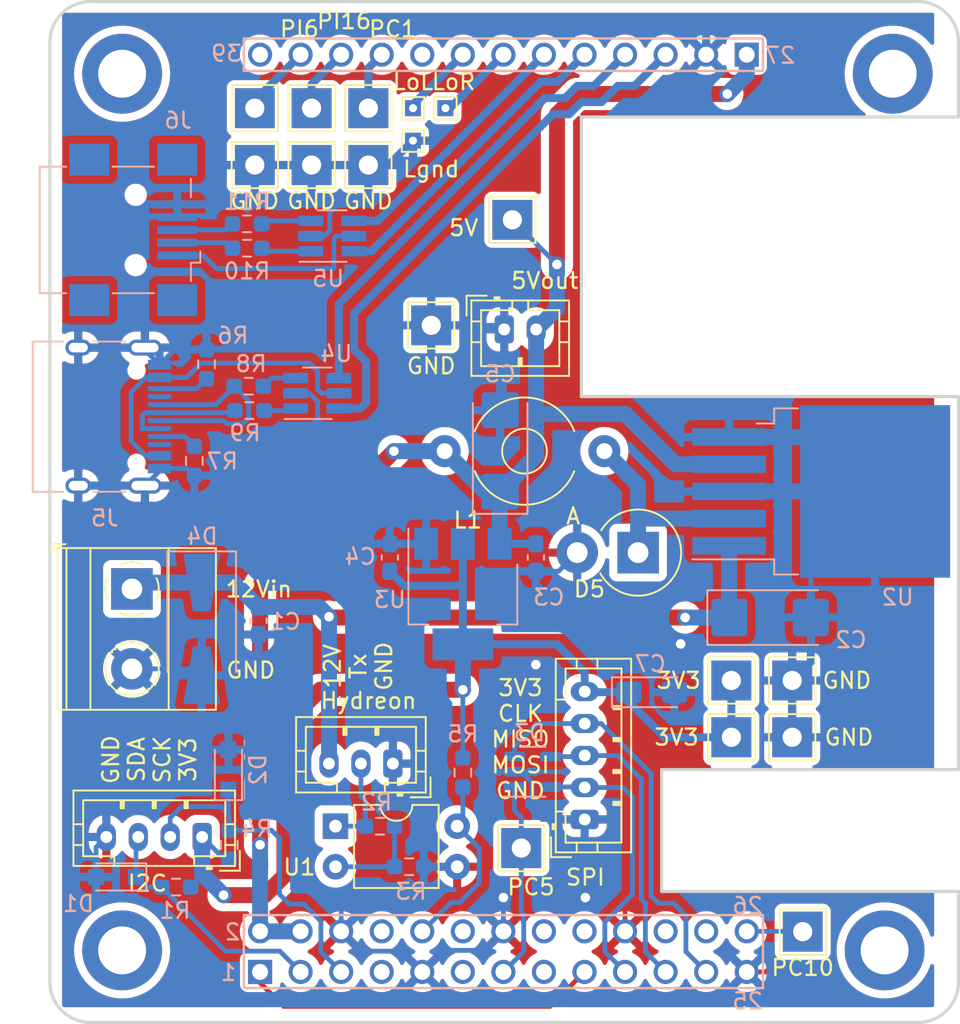
<source format=kicad_pcb>
(kicad_pcb (version 20240225) (generator "pcbnew") (generator_version "8.99")
  (layers (0 "F.Cu" signal "Top") (31 "B.Cu" signal "Bottom") (34 "B.Paste" user) (35 "F.Paste" user) (36 "B.SilkS" user "B.Silkscreen") (37 "F.SilkS" user "F.Silkscreen") (38 "B.Mask" user) (39 "F.Mask" user) (44 "Edge.Cuts" user))
  (net 0 "")
  (net 1 "+12V")
  (net 2 "GND")
  (net 3 "+5V")
  (net 4 "+3.3V")
  (net 5 "/SDA")
  (net 6 "/SCK")
  (net 7 "/PC5")
  (net 8 "/CLK")
  (net 9 "/MOSI")
  (net 10 "/MISO")
  (net 11 "Net-(D5-Pad1)")
  (net 12 "Net-(J1-Pad2)")
  (net 13 "Net-(J5-PadA5)")
  (net 14 "/USB_DP2")
  (net 15 "/USB_DM2")
  (net 17 "Net-(J5-PadB5)")
  (net 19 "/USB_DM3")
  (net 20 "/USB_DP3")
  (net 21 "Net-(R2-Pad2)")
  (net 22 "/RX")
  (net 23 "Net-(R8-Pad2)")
  (net 24 "Net-(R9-Pad2)")
  (net 25 "/VB2")
  (net 26 "Net-(J5-PadA6)")
  (net 27 "Net-(J5-PadA7)")
  (net 28 "/VB3")
  (net 29 "Net-(J6-Pad2)")
  (net 30 "Net-(J6-Pad3)")
  (net 31 "Net-(R10-Pad2)")
  (net 32 "Net-(R11-Pad2)")
  (net 44 "unconnected-(X1-Pad1)")
  (net 45 "Net-(TP5-Pad1)")
  (net 46 "Net-(TP6-Pad1)")
  (net 47 "Net-(TP8-Pad1)")
  (net 48 "Net-(TP9-Pad1)")
  (net 49 "Net-(TP10-Pad1)")
  (net 50 "Net-(TP11-Pad1)")
  (footprint "TestPoint:TestPoint_THTPad_2.5x2.5mm_Drill1.2mm" (layer "F.Cu") (at 110.744 59.944)
    (property "Reference" "TP3" (hide yes))
    (property "Value" "5V")
  )
  (footprint "opi-hat:OPIZ2HAT" (layer "F.Cu") (at 86.305263 50.786159)
    (property "Reference" "X1" (hide yes))
    (property "Value" "OPI-ZERO2-XDEB")
    (fp_line (start -4.521204 -1.958092) (end -4.521204 56.849774) (stroke (width 0.2)) (layer "Edge.Cuts"))
    (fp_line (start -1.981204 59.389774) (end 49.842678 59.389774) (stroke (width 0.2)) (layer "Edge.Cuts"))
    (fp_line (start 28.76372 2.72313) (end 28.76372 20.21713) (stroke (width 0.2)) (layer "Edge.Cuts"))
    (fp_line (start 28.76372 20.21713) (end 52.382678 20.21713) (stroke (width 0.2)) (layer "Edge.Cuts"))
    (fp_line (start 33.790128 43.568872) (end 52.382678 43.568872) (stroke (width 0.2)) (layer "Edge.Cuts"))
    (fp_line (start 33.790128 51.188872) (end 33.790128 43.568872) (stroke (width 0.2)) (layer "Edge.Cuts"))
    (fp_line (start 49.842678 -4.498092) (end -1.981204 -4.498092) (stroke (width 0.2)) (layer "Edge.Cuts"))
    (fp_line (start 52.382678 2.72313) (end 28.76372 2.72313) (stroke (width 0.2)) (layer "Edge.Cuts"))
    (fp_line (start 52.382678 2.72313) (end 52.382678 -1.958092) (stroke (width 0.2)) (layer "Edge.Cuts"))
    (fp_line (start 52.382678 43.568872) (end 52.382678 20.21713) (stroke (width 0.2)) (layer "Edge.Cuts"))
    (fp_line (start 52.382678 51.188872) (end 33.790128 51.188872) (stroke (width 0.2)) (layer "Edge.Cuts"))
    (fp_line (start 52.382678 56.849774) (end 52.382678 51.188872) (stroke (width 0.2)) (layer "Edge.Cuts"))
    (fp_arc (start -4.521204 -1.958092) (mid -3.777255 -3.754143) (end -1.981204 -4.498092) (stroke (width 0.2)) (layer "Edge.Cuts"))
    (fp_arc (start -1.981204 59.389774) (mid -3.777255 58.645825) (end -4.521204 56.849774) (stroke (width 0.2)) (layer "Edge.Cuts"))
    (fp_arc (start 49.842678 -4.498092) (mid 51.638741 -3.754151) (end 52.382678 -1.958092) (stroke (width 0.2)) (layer "Edge.Cuts"))
    (fp_arc (start 52.382678 56.849774) (mid 51.638728 58.645825) (end 49.842678 59.389774) (stroke (width 0.2)) (layer "Edge.Cuts"))
  )
  (footprint "TestPoint:TestPoint_THTPad_1.0x1.0mm_Drill0.5mm" (layer "F.Cu") (at 104.521 54.991)
    (property "Reference" "TP12" (hide yes))
    (property "Value" "Lgnd")
  )
  (footprint "TestPoint:TestPoint_THTPad_2.5x2.5mm_Drill1.2mm" (layer "F.Cu") (at 128.9304 104.4956)
    (property "Reference" "TP5" (hide yes))
    (property "Value" "PC10")
  )
  (footprint "Connector_JST:JST_PH_B2B-PH-K_1x02_P2.00mm_Vertical" (layer "F.Cu") (at 110.236 66.802)
    (property "Reference" "J7" (hide yes))
    (property "Value" "5Vout")
  )
  (footprint "Diode_THT:D_DO-201_P3.81mm_Vertical_AnodeUp" (layer "F.Cu") (at 118.618 80.772 180)
    (property "Reference" "D5")
    (property "Value" "1N5822")
  )
  (footprint "TestPoint:TestPoint_THTPad_2.5x2.5mm_Drill1.2mm" (layer "F.Cu") (at 94.615 52.959)
    (property "Reference" "TP8" (hide yes))
    (property "Value" "PI6")
  )
  (footprint "Connector_JST:JST_PH_B5B-PH-K_1x05_P2.00mm_Vertical" (layer "F.Cu") (at 115.274 97.472 90)
    (property "Reference" "J3" (hide yes))
    (property "Value" "SPI")
  )
  (footprint "TerminalBlock_Phoenix:TerminalBlock_Phoenix_MKDS-1,5-2_1x02_P5.00mm_Horizontal" (layer "F.Cu") (at 86.9186 83.0472 -90)
    (property "Reference" "J4" (hide yes))
    (property "Value" "12Vin")
  )
  (footprint "TestPoint:TestPoint_THTPad_2.5x2.5mm_Drill1.2mm" (layer "F.Cu") (at 124.46 92.329)
    (property "Reference" "TP4" (hide yes))
    (property "Value" "3V3")
  )
  (footprint "TestPoint:TestPoint_THTPad_1.0x1.0mm_Drill0.5mm" (layer "F.Cu") (at 106.553 52.959)
    (property "Reference" "TP11" (hide yes))
    (property "Value" "LoR")
  )
  (footprint "Inductor_THT:L_Toroid_Horizontal_D6.5mm_P10.00mm_Diameter7-5mm_Amidon-T25" (layer "F.Cu") (at 106.506 74.422)
    (property "Reference" "L1")
    (property "Value" "100u")
  )
  (footprint "TestPoint:TestPoint_THTPad_2.5x2.5mm_Drill1.2mm" (layer "F.Cu") (at 94.615 56.515)
    (property "Reference" "TP14" (hide yes))
    (property "Value" "GND")
  )
  (footprint "TestPoint:TestPoint_THTPad_2.5x2.5mm_Drill1.2mm" (layer "F.Cu") (at 101.727 56.515)
    (property "Reference" "TP17" (hide yes))
    (property "Value" "GND")
  )
  (footprint "TestPoint:TestPoint_THTPad_2.5x2.5mm_Drill1.2mm" (layer "F.Cu") (at 128.27 88.773)
    (property "Reference" "TP13" (hide yes))
    (property "Value" "GND")
  )
  (footprint "Package_DIP:DIP-4_W7.62mm" (layer "F.Cu") (at 99.6696 97.8916)
    (property "Reference" "U1")
    (property "Value" "PC817")
  )
  (footprint "TestPoint:TestPoint_THTPad_2.5x2.5mm_Drill1.2mm" (layer "F.Cu") (at 124.46 88.773)
    (property "Reference" "TP16" (hide yes))
    (property "Value" "3V3")
  )
  (footprint "TestPoint:TestPoint_THTPad_2.5x2.5mm_Drill1.2mm" (layer "F.Cu") (at 111.3028 99.2632 90)
    (property "Reference" "TP7" (hide yes))
    (property "Value" "PC5")
  )
  (footprint "TestPoint:TestPoint_THTPad_2.5x2.5mm_Drill1.2mm" (layer "F.Cu") (at 101.727 52.959)
    (property "Reference" "TP6" (hide yes))
    (property "Value" "PC1")
  )
  (footprint "Connector_JST:JST_PH_B3B-PH-K_1x03_P2.00mm_Vertical" (layer "F.Cu") (at 103.261 93.975 180)
    (property "Reference" "J1" (hide yes))
    (property "Value" "Hydreon")
  )
  (footprint "TestPoint:TestPoint_THTPad_2.5x2.5mm_Drill1.2mm" (layer "F.Cu") (at 98.171 52.959)
    (property "Reference" "TP9" (hide yes))
    (property "Value" "PI16")
  )
  (footprint "TestPoint:TestPoint_THTPad_2.5x2.5mm_Drill1.2mm" (layer "F.Cu") (at 128.27 92.329)
    (property "Reference" "TP2" (hide yes))
    (property "Value" "GND")
  )
  (footprint "TestPoint:TestPoint_THTPad_2.5x2.5mm_Drill1.2mm" (layer "F.Cu") (at 98.171 56.515)
    (property "Reference" "TP15" (hide yes))
    (property "Value" "GND")
  )
  (footprint "TestPoint:TestPoint_THTPad_2.5x2.5mm_Drill1.2mm" (layer "F.Cu") (at 105.664 66.548)
    (property "Reference" "TP1" (hide yes))
    (property "Value" "GND")
  )
  (footprint "TestPoint:TestPoint_THTPad_1.0x1.0mm_Drill0.5mm" (layer "F.Cu") (at 104.521 52.959)
    (property "Reference" "TP10" (hide yes))
    (property "Value" "LoL")
  )
  (footprint "Connector_JST:JST_PH_B4B-PH-K_1x04_P2.00mm_Vertical" (layer "F.Cu") (at 91.3158 98.5705 180)
    (property "Reference" "J2" (hide yes))
    (property "Value" "I2C")
  )
  (footprint "Capacitor_SMD:C_0603_1608Metric_Pad1.08x0.95mm_HandSolder" (layer "B.Cu") (at 94.8436 85.0392 -90)
    (property "Reference" "C1")
    (property "Value" "0.1")
  )
  (footprint "Resistor_SMD:R_0603_1608Metric_Pad0.98x0.95mm_HandSolder" (layer "B.Cu") (at 93.0148 99.06 -90)
    (property "Reference" "R4")
    (property "Value" "1k")
  )
  (footprint "Package_TO_SOT_SMD:TO-263-5_TabPin3" (layer "B.Cu") (at 130.09 76.943)
    (property "Reference" "U2")
    (property "Value" "LM2576-5.0")
  )
  (footprint "Package_TO_SOT_SMD:SOT-23-6_Handsoldering" (layer "B.Cu") (at 98.5285 70.8)
    (property "Reference" "U4")
    (property "Value" "USBLC6-2SC6")
  )
  (footprint "Resistor_SMD:R_0603_1608Metric_Pad0.98x0.95mm_HandSolder" (layer "B.Cu") (at 94.1305 60.198)
    (property "Reference" "R11")
    (property "Value" "22")
  )
  (footprint "Capacitor_SMD:C_0603_1608Metric_Pad1.08x0.95mm_HandSolder" (layer "B.Cu") (at 103.0732 81.0779 90)
    (property "Reference" "C4")
    (property "Value" "0.1")
  )
  (footprint "Resistor_SMD:R_0603_1608Metric_Pad0.98x0.95mm_HandSolder" (layer "B.Cu") (at 94.281 71.882)
    (property "Reference" "R9")
    (property "Value" "22")
  )
  (footprint "Resistor_SMD:R_0603_1608Metric_Pad0.98x0.95mm_HandSolder" (layer "B.Cu") (at 94.1305 61.722)
    (property "Reference" "R10")
    (property "Value" "22")
  )
  (footprint "Diode_SMD:D_SOD-323_HandSoldering" (layer "B.Cu") (at 92.964 94.361 90)
    (property "Reference" "D2")
    (property "Value" "CESD3V3")
  )
  (footprint "Resistor_SMD:R_0603_1608Metric_Pad0.98x0.95mm_HandSolder" (layer "B.Cu") (at 104.2824 100.4316)
    (property "Reference" "R3")
    (property "Value" "360")
  )
  (footprint "Capacitor_Tantalum_SMD:CP_EIA-3216-18_Kemet-A_Pad1.58x1.35mm_HandSolder" (layer "B.Cu") (at 119.4665 89.5096)
    (property "Reference" "C7")
    (property "Value" "47u 6V")
  )
  (footprint "Package_TO_SOT_SMD:SOT-223-3_TabPin2" (layer "B.Cu") (at 107.6452 83.3624 -90)
    (property "Reference" "U3")
    (property "Value" "LM1117-3.3")
  )
  (footprint "Connector_USB:USB_Mini-B_Wuerth_65100516121_Horizontal" (layer "B.Cu") (at 87.1545 60.579 90)
    (property "Reference" "J6")
    (property "Value" "USB_B")
  )
  (footprint "Resistor_SMD:R_0603_1608Metric_Pad0.98x0.95mm_HandSolder" (layer "B.Cu") (at 91.5905 68.9845 90)
    (property "Reference" "R6")
    (property "Value" "510")
  )
  (footprint "Resistor_SMD:R_0603_1608Metric_Pad0.98x0.95mm_HandSolder" (layer "B.Cu") (at 89.6893 101.7035)
    (property "Reference" "R1")
    (property "Value" "1k")
  )
  (footprint "Resistor_SMD:R_0603_1608Metric_Pad0.98x0.95mm_HandSolder" (layer "B.Cu") (at 90.8285 75.0335 -90)
    (property "Reference" "R7")
    (property "Value" "510")
  )
  (footprint "Package_TO_SOT_SMD:SOT-23-6_Handsoldering" (layer "B.Cu") (at 99.4645 60.96)
    (property "Reference" "U5")
    (property "Value" "USBLC6-2SC6")
  )
  (footprint "Capacitor_SMD:C_0603_1608Metric_Pad1.08x0.95mm_HandSolder" (layer "B.Cu") (at 112.2172 81.0779 -90)
    (property "Reference" "C3")
    (property "Value" "0.1")
  )
  (footprint "Resistor_SMD:R_0603_1608Metric_Pad0.98x0.95mm_HandSolder" (layer "B.Cu") (at 94.234 70.358)
    (property "Reference" "R8")
    (property "Value" "22")
  )
  (footprint "Resistor_SMD:R_0603_1608Metric_Pad0.98x0.95mm_HandSolder" (layer "B.Cu") (at 107.6452 94.5388 -90)
    (property "Reference" "R5")
    (property "Value" "1k")
  )
  (footprint "Diode_SMD:D_SMA-SMB_Universal_Handsoldering" (layer "B.Cu") (at 91.2876 85.5472 -90)
    (property "Reference" "D4")
    (property "Value" "SS14")
  )
  (footprint "Connector_USB:USB_C_Receptacle_HRO_TYPE-C-31-M-12" (layer "B.Cu") (at 84.6055 72.263 90)
    (property "Reference" "J5")
    (property "Value" "USB_C_Receptacle_USB2.0")
  )
  (footprint "Package_TO_SOT_SMD:SOT-23-5" (layer "B.Cu") (at 112.014 94.488)
    (property "Reference" "D3")
    (property "Value" "SP0504BAHT")
  )
  (footprint "Resistor_SMD:R_0603_1608Metric_Pad0.98x0.95mm_HandSolder" (layer "B.Cu") (at 102.4536 97.8966)
    (property "Reference" "R2")
    (property "Value" "47k")
  )
  (footprint "Capacitor_Tantalum_SMD:CP_EIA-6032-28_Kemet-C_Pad2.25x2.35mm_HandSolder" (layer "B.Cu") (at 109.982 74.412 90)
    (property "Reference" "C5")
    (property "Value" "47u 10V")
  )
  (footprint "Diode_SMD:D_SOD-323_HandSoldering" (layer "B.Cu") (at 85.9228 101.0685 180)
    (property "Reference" "D1")
    (property "Value" "CESD3V3")
  )
  (footprint "Capacitor_Tantalum_SMD:CP_EIA-6032-28_Kemet-C_Pad2.25x2.35mm_HandSolder" (layer "B.Cu") (at 126.8884 84.836)
    (property "Reference" "C2")
    (property "Value" "47u 16V")
  )
  (gr_text "26" (at 125.476 102.87 0) (layer "B.SilkS") (effects (font (size 1 1)) (justify mirror)))
  (gr_text "1" (at 92.964 107.061 0) (layer "B.SilkS") (effects (font (size 1 1)) (justify mirror)))
  (gr_text "2" (at 93.218 104.521 0) (layer "B.SilkS") (effects (font (size 1 1)) (justify mirror)))
  (gr_text "39" (at 92.837 49.53 0) (layer "B.SilkS") (effects (font (size 1 1)) (justify mirror)))
  (gr_text "25" (at 125.476 108.839 0) (layer "B.SilkS") (effects (font (size 1 1)) (justify mirror)))
  (gr_text "27" (at 127.508 49.657 0) (layer "B.SilkS") (effects (font (size 1 1)) (justify mirror)))
  (gr_text "12V\nTx\nGND" (at 101.092 87.884 90) (layer "F.SilkS") (effects (font (size 1 1))))
  (gr_text "GND" (at 94.361 88.138 0) (layer "F.SilkS") (effects (font (size 1 1))))
  (gr_text "GND\nSDA\nSCK\n3V3" (at 88.011 93.726 90) (layer "F.SilkS") (effects (font (size 1 1))))
  (gr_text "3V3\nCLK\nMISO\nMOSI\nGND" (at 111.252 92.456 0) (layer "F.SilkS") (effects (font (size 1 1))))
  (segment (start 121.5644 84.836) (end 99.314 84.836) (width 1) (layer "F.Cu") (net 1))
  (segment (start 99.314 84.836) (end 99.2632 84.7852) (width 1) (layer "F.Cu") (net 1))
  (via (at 99.2632 84.7852) (size 1) (drill 0.6) (layers "F.Cu" "B.Cu") (net 1))
  (via (at 121.5644 84.836) (size 1) (drill 0.6) (layers "F.Cu" "B.Cu") (net 1))
  (segment (start 99.2632 93.9728) (end 99.261 93.975) (width 1) (layer "B.Cu") (net 1))
  (segment (start 91.2876 82.6472) (end 93.3141 82.6472) (width 1) (layer "B.Cu") (net 1))
  (segment (start 124.3384 84.836) (end 121.5644 84.836) (width 1) (layer "B.Cu") (net 1))
  (segment (start 124.315 84.8126) (end 124.3384 84.836) (width 1) (layer "B.Cu") (net 1))
  (segment (start 87.3186 82.6472) (end 86.9186 83.0472) (width 1) (layer "B.Cu") (net 1))
  (segment (start 99.2632 84.7852) (end 99.2632 93.9728) (width 1) (layer "B.Cu") (net 1))
  (segment (start 94.8436 84.1767) (end 98.6547 84.1767) (width 1) (layer "B.Cu") (net 1))
  (segment (start 124.315 80.343) (end 124.315 84.8126) (width 1) (layer "B.Cu") (net 1))
  (segment (start 98.6547 84.1767) (end 99.2632 84.7852) (width 1) (layer "B.Cu") (net 1))
  (segment (start 93.3141 82.6472) (end 94.8436 84.1767) (width 1) (layer "B.Cu") (net 1))
  (segment (start 91.2876 82.6472) (end 87.3186 82.6472) (width 1) (layer "B.Cu") (net 1))
  (segment (start 117.803041 104.473629) (end 117.803041 102.821359) (width 0.3) (layer "F.Cu") (net 2))
  (segment (start 110.1852 102.362) (end 115.316 102.362) (width 0.3) (layer "F.Cu") (net 2))
  (segment (start 125.423041 107.013629) (end 126.615571 107.013629) (width 0.3) (layer "F.Cu") (net 2))
  (segment (start 126.615571 107.013629) (end 127 106.6292) (width 0.3) (layer "F.Cu") (net 2))
  (segment (start 117.803041 102.821359) (end 117.856 102.7684) (width 0.3) (layer "F.Cu") (net 2))
  (segment (start 115.316 102.362) (end 115.7224 102.7684) (width 0.3) (layer "F.Cu") (net 2))
  (segment (start 117.856 102.7684) (end 127 102.7684) (width 0.3) (layer "F.Cu") (net 2))
  (segment (start 113.5126 86.487) (end 112.2172 87.7824) (width 0.3) (layer "F.Cu") (net 2))
  (segment (start 115.7224 102.7684) (end 117.856 102.7684) (width 0.3) (layer "F.Cu") (net 2))
  (segment (start 127 106.6292) (end 127 102.7684) (width 0.3) (layer "F.Cu") (net 2))
  (segment (start 121.285 86.487) (end 113.5126 86.487) (width 0.3) (layer "F.Cu") (net 2))
  (via (at 121.285 86.487) (size 1) (drill 0.6) (layers "F.Cu" "B.Cu") (net 2))
  (via (at 110.1852 102.362) (size 1) (drill 0.6) (layers "F.Cu" "B.Cu") (net 2))
  (via (at 115.316 102.362) (size 1) (drill 0.6) (layers "F.Cu" "B.Cu") (net 2))
  (via (at 112.2172 87.7824) (size 1) (drill 0.6) (layers "F.Cu" "B.Cu") (net 2))
  (segment (start 87.541 59.779) (end 89.7545 59.779) (width 0.3) (layer "B.Cu") (net 2))
  (segment (start 109.982 71.862) (end 109.962 71.882) (width 0.3) (layer "B.Cu") (net 2))
  (segment (start 110.236 66.802) (end 109.982 66.548) (width 0.3) (layer "B.Cu") (net 2))
  (segment (start 98.171 56.515) (end 101.727 56.515) (width 0.5) (layer "B.Cu") (net 2))
  (segment (start 111.9632 95.155773) (end 111.9632 96.8248) (width 0.3) (layer "B.Cu") (net 2))
  (segment (start 122.883041 49.609629) (end 122.883041 47.296959) (width 0.5) (layer "B.Cu") (net 2))
  (segment (start 103.261 95.7934) (end 105.2068 97.7392) (width 0.3) (layer "B.Cu") (net 2))
  (segment (start 87.7355 68.098) (end 88.6505 69.013) (width 0.3) (layer "B.Cu") (net 2))
  (segment (start 121.285 86.487) (end 120.0658 86.487) (width 0.3) (layer "B.Cu") (net 2))
  (segment (start 109.982 66.548) (end 105.664 66.548) (width 0.3) (layer "B.Cu") (net 2))
  (segment (start 110.183041 104.473629) (end 110.183041 102.364159) (width 0.3) (layer "B.Cu") (net 2))
  (segment (start 98.552 71.319478) (end 98.552 75.692) (width 0.3) (layer "B.Cu") (net 2))
  (segment (start 88.6505 75.513) (end 88.6505 75.668) (width 0.3) (layer "B.Cu") (net 2))
  (segment (start 101.727 56.515) (end 102.997 56.515) (width 0.5) (layer "B.Cu") (net 2))
  (segment (start 110.8765 94.488) (end 109.8296 94.488) (width 0.3) (layer "B.Cu") (net 2))
  (segment (start 92.405 58.979) (end 89.7545 58.979) (width 0.3) (layer "B.Cu") (net 2))
  (segment (start 129.4384 86.7156) (end 129.4384 84.836) (width 0.3) (layer "B.Cu") (net 2))
  (segment (start 92.456 51.816) (end 92.405 51.867) (width 0.3) (layer "B.Cu") (net 2))
  (segment (start 94.8436 85.9017) (end 94.8436 87.7824) (width 0.3) (layer "B.Cu") (net 2))
  (segment (start 92.456 47.752) (end 92.456 51.816) (width 0.5) (layer "B.Cu") (net 2))
  (segment (start 102.0064 75.692) (end 102.9716 75.692) (width 0.3) (layer "B.Cu") (net 2))
  (segment (start 94.8436 87.7824) (end 94.1788 88.4472) (width 0.3) (layer "B.Cu") (net 2))
  (segment (start 103.804212 105.7148) (end 105.103041 107.013629) (width 0.3) (layer "B.Cu") (net 2))
  (segment (start 112.2172 82.6516) (end 114.9096 85.344) (width 0.3) (layer "B.Cu") (net 2))
  (segment (start 100.023041 104.473629) (end 100.023041 102.715441) (width 0.3) (layer "B.Cu") (net 2))
  (segment (start 121.5136 86.7156) (end 121.285 86.487) (width 0.3) (layer "B.Cu") (net 2))
  (segment (start 100.023041 102.715441) (end 100.884482 101.854) (width 0.3) (layer "B.Cu") (net 2))
  (segment (start 105.3452 80.2124) (end 103.0762 80.2124) (width 0.3) (layer "B.Cu") (net 2))
  (segment (start 92.405 51.867) (end 92.405 56.591) (width 0.3) (layer "B.Cu") (net 2))
  (segment (start 99.314 60.614522) (end 99.314 58.928) (width 0.3) (layer "B.Cu") (net 2))
  (segment (start 87.7355 67.943) (end 87.7355 68.098) (width 0.3) (layer "B.Cu") (net 2))
  (segment (start 111.295427 94.488) (end 111.9632 95.155773) (width 0.3) (layer "B.Cu") (net 2))
  (segment (start 88.6505 75.513) (end 90.3955 75.513) (width 0.3) (layer "B.Cu") (net 2))
  (segment (start 84.6728 101.0685) (end 84.6728 99.2135) (width 0.3) (layer "B.Cu") (net 2))
  (segment (start 122.883041 47.296959) (end 92.911041 47.296959) (width 0.5) (layer "B.Cu") (net 2))
  (segment (start 106.0704 71.882) (end 103.7336 71.882) (width 0.3) (layer "B.Cu") (net 2))
  (segment (start 109.962 71.882) (end 106.0704 71.882) (width 0.3) (layer "B.Cu") (net 2))
  (segment (start 92.911041 47.296959) (end 92.456 47.752) (width 0.5) (layer "B.Cu") (net 2))
  (segment (start 98.298 75.946) (end 90.8285 75.946) (width 0.3) (layer "B.Cu") (net 2))
  (segment (start 84.2772 85.4058) (end 86.9186 88.0472) (width 0.3) (layer "B.Cu") (net 2))
  (segment (start 115.316 102.362) (end 115.316 97.514) (width 0.3) (layer "B.Cu") (net 2))
  (segment (start 110.183041 102.364159) (end 110.1852 102.362) (width 0.3) (layer "B.Cu") (net 2))
  (segment (start 98.032522 70.8) (end 98.552 71.319478) (width 0.3) (layer "B.Cu") (net 2))
  (segment (start 99.314 58.928) (end 99.263 58.979) (width 0.3) (layer "B.Cu") (net 2))
  (segment (start 129.4384 80.9696) (end 133.465 76.943) (width 0.3) (layer "B.Cu") (net 2))
  (segment (start 103.261 93.975) (end 103.261 95.7934) (width 0.3) (layer "B.Cu") (net 2))
  (segment (start 92.405 56.591) (end 92.405 58.979) (width 0.3) (layer "B.Cu") (net 2))
  (segment (start 105.1949 101.2055) (end 104.5464 101.854) (width 0.3) (layer "B.Cu") (net 2))
  (segment (start 90.8876 88.0472) (end 91.2876 88.4472) (width 0.3) (layer "B.Cu") (net 2))
  (segment (start 84.2772 80.6196) (end 84.2772 85.4058) (width 0.3) (layer "B.Cu") (net 2))
  (segment (start 102.997 56.515) (end 104.521 54.991) (width 0.5) (layer "B.Cu") (net 2))
  (segment (start 100.6856 82.804) (end 100.6856 80.37) (width 0.3) (layer "B.Cu") (net 2))
  (segment (start 114.9096 85.344) (end 118.9228 85.344) (width 0.3) (layer "B.Cu") (net 2))
  (segment (start 105.1949 100.4316) (end 105.1949 101.2055) (width 0.3) (layer "B.Cu") (net 2))
  (segment (start 110.8765 94.488) (end 111.295427 94.488) (width 0.3) (layer "B.Cu") (net 2))
  (segment (start 106.45267 105.664) (end 108.99267 105.664) (width 0.3) (layer "B.Cu") (net 2))
  (segment (start 85.473 67.947) (end 85.469 67.943) (width 0.3) (layer "B.Cu") (net 2))
  (segment (start 110.236 71.608) (end 109.982 71.862) (width 0.3) (layer "B.Cu") (net 2))
  (segment (start 102.9716 75.692) (end 105.3452 78.0656) (width 0.3) (layer "B.Cu") (net 2))
  (segment (start 124.315 73.543) (end 130.065 73.543) (width 1) (layer "B.Cu") (net 2))
  (segment (start 129.4384 86.7156) (end 129.4384 87.6046) (width 0.5) (layer "B.Cu") (net 2))
  (segment (start 86.5124 78.3844) (end 84.2772 80.6196) (width 0.3) (layer "B.Cu") (net 2))
  (segment (start 85.3158 89.65) (end 86.9186 88.0472) (width 0.3) (layer "B.Cu") (net 2))
  (segment (start 85.473 76.583) (end 85.473 67.947) (width 0.3) (layer "B.Cu") (net 2))
  (segment (start 85.469 67.943) (end 87.7355 67.943) (width 0.3) (layer "B.Cu") (net 2))
  (segment (start 83.5555 67.943) (end 85.469 67.943) (width 0.3) (layer "B.Cu") (net 2))
  (segment (start 129.4384 87.6046) (end 128.27 88.773) (width 0.5) (layer "B.Cu") (net 2))
  (segment (start 87.7355 64.8755) (end 85.852 62.992) (width 0.3) (layer "B.Cu") (net 2))
  (segment (start 101.264212 105.7148) (end 103.804212 105.7148) (width 0.3) (layer "B.Cu") (net 2))
  (segment (start 120.904 89.5096) (end 120.904 87.3252) (width 0.3) (layer "B.Cu") (net 2))
  (segment (start 130.065 73.543) (end 133.465 76.943) (width 1) (layer "B.Cu") (net 2))
  (segment (start 97.1785 70.8) (end 98.032522 70.8) (width 0.3) (layer "B.Cu") (net 2))
  (segment (start 102.0064 75.692) (end 99.9236 75.692) (width 0.3) (layer "B.Cu") (net 2))
  (segment (start 98.552 75.692) (end 98.298 75.946) (width 0.3) (layer "B.Cu") (net 2))
  (segment (start 94.615 56.515) (end 98.171 56.515) (width 0.5) (layer "B.Cu") (net 2))
  (segment (start 120.904 87.3252) (end 119.9769 86.3981) (width 0.3) (layer "B.Cu") (net 2))
  (segment (start 89.7545 59.779) (end 89.7545 58.979) (width 0.3) (layer "B.Cu") (net 2))
  (segment (start 108.99267 105.664) (end 110.183041 104.473629) (width 0.3) (layer "B.Cu") (net 2))
  (segment (start 112.2172 81.9404) (end 113.6396 81.9404) (width 0.3) (layer "B.Cu") (net 2))
  (segment (start 100.8402 80.2154) (end 98.1986 80.2154) (width 0.3) (layer "B.Cu") (net 2))
  (segment (start 85.852 61.468) (end 87.541 59.779) (width 0.3) (layer "B.Cu") (net 2))
  (segment (start 88.6505 75.668) (end 87.7355 76.583) (width 0.3) (layer "B.Cu") (net 2))
  (segment (start 89.5915 68.072) (end 88.6505 69.013) (width 0.3) (layer "B.Cu") (net 2))
  (segment (start 90.3955 75.513) (end 90.8285 75.946) (width 0.3) (layer "B.Cu") (net 2))
  (segment (start 109.3724 90.6272) (end 112.2172 87.7824) (width 0.3) (layer "B.Cu") (net 2))
  (segment (start 92.481 56.515) (end 92.405 56.591) (width 0.5) (layer "B.Cu") (net 2))
  (segment (start 98.1145 60.96) (end 98.968522 60.96) (width 0.3) (layer "B.Cu") (net 2))
  (segment (start 105.103041 107.013629) (end 106.45267 105.664) (width 0.3) (layer "B.Cu") (net 2))
  (segment (start 100.023041 104.473629) (end 101.264212 105.7148) (width 0.3) (layer "B.Cu") (net 2))
  (segment (start 100.6856 80.37) (end 100.8402 80.2154) (width 0.3) (layer "B.Cu") (net 2))
  (segment (start 94.615 56.515) (end 92.481 56.515) (width 0.5) (layer "B.Cu") (net 2))
  (segment (start 94.1788 88.4472) (end 91.2876 88.4472) (width 0.3) (layer "B.Cu") (net 2))
  (segment (start 105.3452 78.0656) (end 105.3452 80.2124) (width 0.3) (layer "B.Cu") (net 2))
  (segment (start 87.7355 67.943) (end 87.7355 64.8755) (width 0.3) (layer "B.Cu") (net 2))
  (segment (start 109.8296 94.488) (end 109.3724 94.0308) (width 0.3) (layer "B.Cu") (net 2))
  (segment (start 103.0762 80.2124) (end 103.0732 80.2154) (width 0.3) (layer "B.Cu") (net 2))
  (segment (start 85.3158 98.5705) (end 85.3158 89.65) (width 0.3) (layer "B.Cu") (net 2))
  (segment (start 105.1949 100.4316) (end 107.2896 100.4316) (width 0.3) (layer "B.Cu") (net 2))
  (segment (start 83.5555 76.583) (end 85.473 76.583) (width 0.3) (layer "B.Cu") (net 2))
  (segment (start 124.315 76.943) (end 133.465 76.943) (width 1) (layer "B.Cu") (net 2))
  (segment (start 105.2068 100.4197) (end 105.1949 100.4316) (width 0.3) (layer "B.Cu") (net 2))
  (segment (start 103.261 85.3794) (end 100.6856 82.804) (width 0.3) (layer "B.Cu") (net 2))
  (segment (start 86.9186 88.0472) (end 90.8876 88.0472) (width 0.3) (layer "B.Cu") (net 2))
  (segment (start 129.4384 84.836) (end 129.4384 80.9696) (width 0.3) (layer "B.Cu") (net 2))
  (segment (start 129.4384 86.7156) (end 121.5136 86.7156) (width 0.3) (layer "B.Cu") (net 2))
  (segment (start 115.316 97.514) (end 115.274 97.472) (width 0.3) (layer "B.Cu") (net 2))
  (segment (start 112.6104 97.472) (end 115.274 97.472) (width 0.3) (layer "B.Cu") (net 2))
  (segment (start 85.852 62.992) (end 85.852 61.468) (width 0.3) (layer "B.Cu") (net 2))
  (segment (start 110.236 66.802) (end 110.236 71.608) (width 0.3) (layer "B.Cu") (net 2))
  (segment (start 84.6728 99.2135) (end 85.3158 98.5705) (width 0.3) (layer "B.Cu") (net 2))
  (segment (start 111.9632 96.8248) (end 112.6104 97.472) (width 0.3) (layer "B.Cu") (net 2))
  (segment (start 109.3724 94.0308) (end 109.3724 90.6272) (width 0.3) (layer "B.Cu") (net 2))
  (segment (start 96.3676 78.3844) (end 86.5124 78.3844) (width 0.3) (layer "B.Cu") (net 2))
  (segment (start 103.261 93.975) (end 103.261 85.3794) (width 0.3) (layer "B.Cu") (net 2))
  (segment (start 103.0732 80.2154) (end 100.8402 80.2154) (width 0.3) (layer "B.Cu") (net 2))
  (segment (start 103.7336 71.882) (end 99.9236 75.692) (width 0.3) (layer "B.Cu") (net 2))
  (segment (start 128.27 92.329) (end 128.27 88.773) (width 0.5) (layer "B.Cu") (net 2))
  (segment (start 105.2068 97.7392) (end 105.2068 100.4197) (width 0.3) (layer "B.Cu") (net 2))
  (segment (start 99.9236 75.692) (end 98.552 75.692) (width 0.3) (layer "B.Cu") (net 2))
  (segment (start 98.1986 80.2154) (end 96.3676 78.3844) (width 0.3) (layer "B.Cu") (net 2))
  (segment (start 112.2172 81.9404) (end 112.2172 82.6516) (width 0.3) (layer "B.Cu") (net 2))
  (segment (start 104.5464 101.854) (end 100.884482 101.854) (width 0.3) (layer "B.Cu") (net 2))
  (segment (start 85.473 76.583) (end 87.7355 76.583) (width 0.3) (layer "B.Cu") (net 2))
  (segment (start 119.9769 86.3981) (end 118.9228 85.344) (width 0.3) (layer "B.Cu") (net 2))
  (segment (start 113.6396 81.9404) (end 114.808 80.772) (width 0.3) (layer "B.Cu") (net 2))
  (segment (start 99.263 58.979) (end 92.405 58.979) (width 0.3) (layer "B.Cu") (net 2))
  (segment (start 91.5905 68.072) (end 89.5915 68.072) (width 0.3) (layer "B.Cu") (net 2))
  (segment (start 98.968522 60.96) (end 99.314 60.614522) (width 0.3) (layer "B.Cu") (net 2))
  (segment (start 120.0658 86.487) (end 119.9769 86.3981) (width 0.3) (layer "B.Cu") (net 2))
  (segment (start 114.808 52.07) (end 113.538 53.34) (width 1) (layer "F.Cu") (net 3))
  (segment (start 124.206 52.07) (end 114.808 52.07) (width 1) (layer "F.Cu") (net 3))
  (segment (start 94.9452 99.06) (end 94.9452 82.804) (width 1) (layer "F.Cu") (net 3))
  (segment (start 113.538 53.34) (end 113.538 62.738) (width 1) (layer "F.Cu") (net 3))
  (segment (start 94.9452 82.804) (end 103.3272 74.422) (width 1) (layer "F.Cu") (net 3))
  (via (at 124.206 52.07) (size 1) (drill 0.6) (layers "F.Cu" "B.Cu") (net 3))
  (via (at 113.538 62.738) (size 1) (drill 0.6) (layers "F.Cu" "B.Cu") (net 3))
  (via (at 94.9452 99.06) (size 1) (drill 0.6) (layers "F.Cu" "B.Cu") (net 3))
  (via (at 103.3272 74.422) (size 1) (drill 0.6) (layers "F.Cu" "B.Cu") (net 3))
  (segment (start 109.982 76.962) (end 112.236 74.708) (width 1) (layer "B.Cu") (net 3))
  (segment (start 120.963 75.243) (end 117.824 72.104) (width 1) (layer "B.Cu") (net 3))
  (segment (start 106.506 74.422) (end 103.3272 74.422) (width 1) (layer "B.Cu") (net 3))
  (segment (start 113.538 62.738) (end 110.744 59.944) (width 0.3) (layer "B.Cu") (net 3))
  (segment (start 109.9452 80.2124) (end 109.9452 76.9988) (width 1) (layer "B.Cu") (net 3))
  (segment (start 112.2172 80.2154) (end 109.9482 80.2154) (width 0.5) (layer "B.Cu") (net 3))
  (segment (start 112.236 72.104) (end 112.236 66.802) (width 1) (layer "B.Cu") (net 3))
  (segment (start 124.315 75.243) (end 120.963 75.243) (width 1) (layer "B.Cu") (net 3))
  (segment (start 109.982 76.962) (end 109.046 76.962) (width 1) (layer "B.Cu") (net 3))
  (segment (start 112.236 74.708) (end 112.236 72.104) (width 1) (layer "B.Cu") (net 3))
  (segment (start 94.9452 99.06) (end 94.943041 100.789359) (width 1) (layer "B.Cu") (net 3))
  (segment (start 109.046 76.962) (end 106.506 74.422) (width 1) (layer "B.Cu") (net 3))
  (segment (start 117.824 72.104) (end 112.236 72.104) (width 1) (layer "B.Cu") (net 3))
  (segment (start 113.538 65.5) (end 112.236 66.802) (width 1) (layer "B.Cu") (net 3))
  (segment (start 109.9452 76.9988) (end 109.982 76.962) (width 1) (layer "B.Cu") (net 3))
  (segment (start 94.943041 100.789359) (end 94.943041 104.473629) (width 1) (layer "B.Cu") (net 3))
  (segment (start 113.538 62.738) (end 113.538 65.5) (width 1) (layer "B.Cu") (net 3))
  (segment (start 109.9482 80.2154) (end 109.9452 80.2124) (width 0.5) (layer "B.Cu") (net 3))
  (segment (start 97.483041 104.473629) (end 94.943041 104.473629) (width 1) (layer "B.Cu") (net 3))
  (segment (start 125.423041 50.852959) (end 124.206 52.07) (width 1) (layer "B.Cu") (net 3))
  (segment (start 125.423041 49.609629) (end 125.423041 50.852959) (width 1) (layer "B.Cu") (net 3))
  (segment (start 96.4692 100.9904) (end 96.4692 91.5924) (width 1) (layer "F.Cu") (net 4))
  (segment (start 95.25 102.2096) (end 96.4692 100.9904) (width 1) (layer "F.Cu") (net 4))
  (segment (start 96.4692 91.5924) (end 98.7044 89.3572) (width 1) (layer "F.Cu") (net 4))
  (segment (start 92.6592 102.2096) (end 95.25 102.2096) (width 1) (layer "F.Cu") (net 4))
  (segment (start 98.7044 89.3572) (end 107.6452 89.3572) (width 1) (layer "F.Cu") (net 4))
  (via (at 92.6592 102.2096) (size 1) (drill 0.6) (layers "F.Cu" "B.Cu") (net 4))
  (via (at 107.6452 89.3572) (size 1) (drill 0.6) (layers "F.Cu" "B.Cu") (net 4))
  (segment (start 91.3158 98.5705) (end 91.3158 100.9895) (width 1) (layer "B.Cu") (net 4))
  (segment (start 107.6452 82.8548) (end 103.9876 82.8548) (width 0.5) (layer "B.Cu") (net 4))
  (segment (start 124.46 92.329) (end 124.46 88.773) (width 0.5) (layer "B.Cu") (net 4))
  (segment (start 91.3158 100.9895) (end 91.4391 100.9895) (width 1) (layer "B.Cu") (net 4))
  (segment (start 91.4391 100.9895) (end 92.6592 102.2096) (width 1) (layer "B.Cu") (net 4))
  (segment (start 103.9876 82.8548) (end 103.0732 81.9404) (width 0.5) (layer "B.Cu") (net 4))
  (segment (start 120.269 92.329) (end 124.46 92.329) (width 0.5) (layer "B.Cu") (net 4))
  (segment (start 107.6452 80.2124) (end 107.6452 82.8548) (width 0.5) (layer "B.Cu") (net 4))
  (segment (start 90.6018 101.7035) (end 91.3158 100.9895) (width 0.3) (layer "B.Cu") (net 4))
  (segment (start 115.3116 89.5096) (end 115.274 89.472) (width 0.5) (layer "B.Cu") (net 4))
  (segment (start 118.029 89.5096) (end 115.3116 89.5096) (width 0.5) (layer "B.Cu") (net 4))
  (segment (start 93.0148 99.9725) (end 92.7178 99.9725) (width 0.3) (layer "B.Cu") (net 4))
  (segment (start 92.7178 99.9725) (end 91.3158 98.5705) (width 0.3) (layer "B.Cu") (net 4))
  (segment (start 107.6452 86.5124) (end 113.538 86.5124) (width 0.5) (layer "B.Cu") (net 4))
  (segment (start 107.6452 82.8548) (end 107.6452 86.5124) (width 0.5) (layer "B.Cu") (net 4))
  (segment (start 118.029 89.5096) (end 118.029 90.089) (width 0.5) (layer "B.Cu") (net 4))
  (segment (start 107.6452 86.5124) (end 107.6452 89.3572) (width 1) (layer "B.Cu") (net 4))
  (segment (start 107.6452 93.6263) (end 107.6452 89.3572) (width 0.3) (layer "B.Cu") (net 4))
  (segment (start 115.274 88.2484) (end 115.274 89.472) (width 0.5) (layer "B.Cu") (net 4))
  (segment (start 113.538 86.5124) (end 115.274 88.2484) (width 0.5) (layer "B.Cu") (net 4))
  (segment (start 118.029 90.089) (end 120.269 92.329) (width 0.5) (layer "B.Cu") (net 4))
  (segment (start 87.1728 98.7135) (end 87.3158 98.5705) (width 0.3) (layer "B.Cu") (net 5))
  (segment (start 97.483041 107.013629) (end 96.184212 105.7148) (width 0.3) (layer "B.Cu") (net 5))
  (segment (start 92.7881 105.7148) (end 88.7768 101.7035) (width 0.3) (layer "B.Cu") (net 5))
  (segment (start 96.184212 105.7148) (end 92.7881 105.7148) (width 0.3) (layer "B.Cu") (net 5))
  (segment (start 88.7768 101.7035) (end 87.8078 101.7035) (width 0.3) (layer "B.Cu") (net 5))
  (segment (start 87.1728 101.0685) (end 87.1728 98.7135) (width 0.3) (layer "B.Cu") (net 5))
  (segment (start 87.8078 101.7035) (end 87.1728 101.0685) (width 0.3) (layer "B.Cu") (net 5))
  (segment (start 93.0148 97.1804) (end 92.9132 97.0788) (width 0.3) (layer "B.Cu") (net 6))
  (segment (start 92.9132 97.0788) (end 92.5068 96.6724) (width 0.3) (layer "B.Cu") (net 6))
  (segment (start 92.5068 96.6724) (end 90.0176 96.6724) (width 0.3) (layer "B.Cu") (net 6))
  (segment (start 98.7552 103.8352) (end 98.7044 103.7844) (width 0.3) (layer "B.Cu") (net 6))
  (segment (start 95.6583 98.1475) (end 96.1644 98.6536) (width 0.3) (layer "B.Cu") (net 6))
  (segment (start 92.964 95.611) (end 92.964 97.028) (width 0.3) (layer "B.Cu") (net 6))
  (segment (start 92.964 97.028) (end 92.9132 97.0788) (width 0.3) (layer "B.Cu") (net 6))
  (segment (start 93.0148 98.1475) (end 93.0148 97.1804) (width 0.3) (layer "B.Cu") (net 6))
  (segment (start 96.1644 102.1588) (end 96.774 102.7684) (width 0.3) (layer "B.Cu") (net 6))
  (segment (start 93.0148 98.1475) (end 95.6583 98.1475) (width 0.3) (layer "B.Cu") (net 6))
  (segment (start 98.7552 105.745788) (end 98.7552 103.8352) (width 0.3) (layer "B.Cu") (net 6))
  (segment (start 96.1644 98.6536) (end 96.1644 102.1588) (width 0.3) (layer "B.Cu") (net 6))
  (segment (start 89.3158 97.3742) (end 89.3158 98.5705) (width 0.3) (layer "B.Cu") (net 6))
  (segment (start 100.023041 107.013629) (end 98.7552 105.745788) (width 0.3) (layer "B.Cu") (net 6))
  (segment (start 90.0176 96.6724) (end 89.3158 97.3742) (width 0.3) (layer "B.Cu") (net 6))
  (segment (start 96.774 102.7684) (end 97.6884 102.7684) (width 0.3) (layer "B.Cu") (net 6))
  (segment (start 97.6884 102.7684) (end 98.7044 103.7844) (width 0.3) (layer "B.Cu") (net 6))
  (segment (start 110.183041 107.013629) (end 111.4552 105.74147) (width 0.3) (layer "B.Cu") (net 7))
  (segment (start 110.8765 96.9065) (end 111.3028 97.3328) (width 0.3) (layer "B.Cu") (net 7))
  (segment (start 111.4552 103.4542) (end 111.3028 103.3018) (width 0.3) (layer "B.Cu") (net 7))
  (segment (start 111.3028 103.3018) (end 111.3028 99.2632) (width 0.3) (layer "B.Cu") (net 7))
  (segment (start 110.8765 95.438) (end 110.8765 96.9065) (width 0.3) (layer "B.Cu") (net 7))
  (segment (start 111.4552 105.74147) (end 111.4552 103.4542) (width 0.3) (layer "B.Cu") (net 7))
  (segment (start 111.3028 97.3328) (end 111.3028 99.2632) (width 0.3) (layer "B.Cu") (net 7))
  (segment (start 119.4308 94.5896) (end 116.3132 91.472) (width 0.3) (layer "B.Cu") (net 8))
  (segment (start 121.6152 103.4796) (end 120.8532 102.7176) (width 0.3) (layer "B.Cu") (net 8))
  (segment (start 120.8532 102.7176) (end 119.888 102.7176) (width 0.3) (layer "B.Cu") (net 8))
  (segment (start 122.883041 107.013629) (end 121.6152 105.745788) (width 0.3) (layer "B.Cu") (net 8))
  (segment (start 110.8765 92.8823) (end 110.8765 93.538) (width 0.3) (layer "B.Cu") (net 8))
  (segment (start 116.3132 91.472) (end 115.274 91.472) (width 0.3) (layer "B.Cu") (net 8))
  (segment (start 119.4308 102.2604) (end 119.4308 94.5896) (width 0.3) (layer "B.Cu") (net 8))
  (segment (start 115.274 91.472) (end 112.2868 91.472) (width 0.3) (layer "B.Cu") (net 8))
  (segment (start 112.2868 91.472) (end 110.8765 92.8823) (width 0.3) (layer "B.Cu") (net 8))
  (segment (start 121.6152 105.745788) (end 121.6152 103.4796) (width 0.3) (layer "B.Cu") (net 8))
  (segment (start 119.888 102.7176) (end 119.4308 102.2604) (width 0.3) (layer "B.Cu") (net 8))
  (segment (start 118.2624 96.0628) (end 117.6716 95.472) (width 0.3) (layer "B.Cu") (net 9))
  (segment (start 117.803041 107.013629) (end 116.5352 105.745788) (width 0.3) (layer "B.Cu") (net 9))
  (segment (start 116.5352 105.745788) (end 116.5352 103.886) (width 0.3) (layer "B.Cu") (net 9))
  (segment (start 116.5352 103.886) (end 118.2624 102.1588) (width 0.3) (layer "B.Cu") (net 9))
  (segment (start 118.2624 102.1588) (end 118.2624 96.0628) (width 0.3) (layer "B.Cu") (net 9))
  (segment (start 113.1515 95.438) (end 115.24 95.438) (width 0.3) (layer "B.Cu") (net 9))
  (segment (start 117.6716 95.472) (end 115.274 95.472) (width 0.3) (layer "B.Cu") (net 9))
  (segment (start 115.24 95.438) (end 115.274 95.472) (width 0.3) (layer "B.Cu") (net 9))
  (segment (start 115.274 93.472) (end 117.348 93.472) (width 0.3) (layer "B.Cu") (net 10))
  (segment (start 118.8212 102.4636) (end 119.0752 102.7176) (width 0.3) (layer "B.Cu") (net 10))
  (segment (start 115.208 93.538) (end 115.274 93.472) (width 0.3) (layer "B.Cu") (net 10))
  (segment (start 119.0752 102.7176) (end 119.0752 105.745788) (width 0.3) (layer "B.Cu") (net 10))
  (segment (start 117.348 93.472) (end 118.8212 94.9452) (width 0.3) (layer "B.Cu") (net 10))
  (segment (start 118.8212 94.9452) (end 118.8212 102.4636) (width 0.3) (layer "B.Cu") (net 10))
  (segment (start 119.0752 105.745788) (end 120.343041 107.013629) (width 0.3) (layer "B.Cu") (net 10))
  (segment (start 113.1515 93.538) (end 115.208 93.538) (width 0.3) (layer "B.Cu") (net 10))
  (segment (start 118.618 80.772) (end 118.618 78.486) (width 1) (layer "B.Cu") (net 11))
  (segment (start 118.618 76.534) (end 116.506 74.422) (width 1) (layer "B.Cu") (net 11))
  (segment (start 118.618 78.486) (end 118.618 76.534) (width 1) (layer "B.Cu") (net 11))
  (segment (start 118.775 78.643) (end 118.618 78.486) (width 1) (layer "B.Cu") (net 11))
  (segment (start 124.315 78.643) (end 118.775 78.643) (width 1) (layer "B.Cu") (net 11))
  (segment (start 99.6696 97.8916) (end 101.5361 97.8916) (width 0.3) (layer "B.Cu") (net 12))
  (segment (start 101.5411 96.3087) (end 101.261 96.0286) (width 0.3) (layer "B.Cu") (net 12))
  (segment (start 101.261 96.0286) (end 101.261 93.975) (width 0.3) (layer "B.Cu") (net 12))
  (segment (start 101.5411 96.3087) (end 101.5411 97.8966) (width 0.3) (layer "B.Cu") (net 12))
  (segment (start 90.2205 73.513) (end 88.6505 73.513) (width 0.3) (layer "B.Cu") (net 13))
  (segment (start 90.8285 74.121) (end 90.2205 73.513) (width 0.3) (layer "B.Cu") (net 13))
  (segment (start 114.046 52.324) (end 112.776 52.324) (width 0.5) (layer "B.Cu") (net 14))
  (segment (start 112.776 52.324) (end 99.8785 65.2215) (width 0.5) (layer "B.Cu") (net 14))
  (segment (start 117.803041 49.609629) (end 115.85067 51.562) (width 0.5) (layer "B.Cu") (net 14))
  (segment (start 114.808 51.562) (end 114.046 52.324) (width 0.5) (layer "B.Cu") (net 14))
  (segment (start 115.85067 51.562) (end 114.808 51.562) (width 0.5) (layer "B.Cu") (net 14))
  (segment (start 99.8785 65.2215) (end 99.8785 69.85) (width 0.5) (layer "B.Cu") (net 14))
  (segment (start 99.8785 71.75) (end 101.224 71.75) (width 0.5) (layer "B.Cu") (net 15))
  (segment (start 100.838 68.072) (end 100.838 65.786) (width 0.5) (layer "B.Cu") (net 15))
  (segment (start 114.3 53.34) (end 115.062 52.578) (width 0.5) (layer "B.Cu") (net 15))
  (segment (start 116.332 52.578) (end 117.348 51.562) (width 0.5) (layer "B.Cu") (net 15))
  (segment (start 113.284 53.34) (end 114.3 53.34) (width 0.5) (layer "B.Cu") (net 15))
  (segment (start 101.6 68.834) (end 100.838 68.072) (width 0.5) (layer "B.Cu") (net 15))
  (segment (start 100.838 65.786) (end 113.284 53.34) (width 0.5) (layer "B.Cu") (net 15))
  (segment (start 101.224 71.75) (end 101.6 71.374) (width 0.5) (layer "B.Cu") (net 15))
  (segment (start 117.348 51.562) (end 118.39067 51.562) (width 0.5) (layer "B.Cu") (net 15))
  (segment (start 101.6 71.374) (end 101.6 68.834) (width 0.5) (layer "B.Cu") (net 15))
  (segment (start 115.062 52.578) (end 116.332 52.578) (width 0.5) (layer "B.Cu") (net 15))
  (segment (start 118.39067 51.562) (end 120.343041 49.609629) (width 0.5) (layer "B.Cu") (net 15))
  (segment (start 91.5905 69.897) (end 90.9745 70.513) (width 0.3) (layer "B.Cu") (net 17))
  (segment (start 90.9745 70.513) (end 88.6505 70.513) (width 0.3) (layer "B.Cu") (net 17))
  (segment (start 101.92 61.91) (end 112.522 51.308) (width 0.5) (layer "B.Cu") (net 19))
  (segment (start 115.263041 49.609629) (end 113.56467 51.308) (width 0.5) (layer "B.Cu") (net 19))
  (segment (start 100.8145 61.91) (end 101.92 61.91) (width 0.5) (layer "B.Cu") (net 19))
  (segment (start 113.56467 51.308) (end 112.522 51.308) (width 0.5) (layer "B.Cu") (net 19))
  (segment (start 102.32267 60.01) (end 100.8145 60.01) (width 0.5) (layer "B.Cu") (net 20))
  (segment (start 112.723041 49.609629) (end 102.32267 60.01) (width 0.5) (layer "B.Cu") (net 20))
  (segment (start 103.3699 100.4316) (end 103.3699 97.9004) (width 0.3) (layer "B.Cu") (net 21))
  (segment (start 99.6696 100.4316) (end 103.3699 100.4316) (width 0.3) (layer "B.Cu") (net 21))
  (segment (start 107.6452 97.536) (end 107.2896 97.8916) (width 0.3) (layer "B.Cu") (net 22))
  (segment (start 107.2896 97.8916) (end 108.6612 99.2632) (width 0.3) (layer "B.Cu") (net 22))
  (segment (start 108.6612 101.4476) (end 107.442 102.6668) (width 0.3) (layer "B.Cu") (net 22))
  (segment (start 107.6452 95.4513) (end 107.6452 97.536) (width 0.3) (layer "B.Cu") (net 22))
  (segment (start 106.90987 102.6668) (end 105.103041 104.473629) (width 0.3) (layer "B.Cu") (net 22))
  (segment (start 108.6612 99.2632) (end 108.6612 101.4476) (width 0.3) (layer "B.Cu") (net 22))
  (segment (start 107.442 102.6668) (end 106.90987 102.6668) (width 0.3) (layer "B.Cu") (net 22))
  (segment (start 95.6545 69.85) (end 95.1465 70.358) (width 0.3) (layer "B.Cu") (net 23))
  (segment (start 97.1785 69.85) (end 95.6545 69.85) (width 0.3) (layer "B.Cu") (net 23))
  (segment (start 97.0465 71.882) (end 97.1785 71.75) (width 0.3) (layer "B.Cu") (net 24))
  (segment (start 95.1935 71.882) (end 97.0465 71.882) (width 0.3) (layer "B.Cu") (net 24))
  (segment (start 98.041542 68.90902) (end 98.552 69.419478) (width 0.3) (layer "B.Cu") (net 25))
  (segment (start 98.552 69.419478) (end 98.552 70.5535) (width 0.3) (layer "B.Cu") (net 25))
  (segment (start 90.356829 69.813) (end 91.260809 68.90902) (width 0.3) (layer "B.Cu") (net 25))
  (segment (start 98.552 70.5535) (end 98.7985 70.8) (width 0.3) (layer "B.Cu") (net 25))
  (segment (start 87.790129 69.813) (end 86.868 70.735129) (width 0.3) (layer "B.Cu") (net 25))
  (segment (start 87.790129 74.713) (end 86.868 73.790871) (width 0.3) (layer "B.Cu") (net 25))
  (segment (start 98.7985 70.8) (end 99.8785 70.8) (width 0.3) (layer "B.Cu") (net 25))
  (segment (start 86.868 70.735129) (end 86.868 73.790871) (width 0.3) (layer "B.Cu") (net 25))
  (segment (start 88.6505 69.813) (end 87.790129 69.813) (width 0.3) (layer "B.Cu") (net 25))
  (segment (start 88.6505 74.713) (end 87.790129 74.713) (width 0.3) (layer "B.Cu") (net 25))
  (segment (start 91.260809 68.90902) (end 98.041542 68.90902) (width 0.3) (layer "B.Cu") (net 25))
  (segment (start 88.6505 69.813) (end 90.356829 69.813) (width 0.3) (layer "B.Cu") (net 25))
  (segment (start 92.875349 72.70652) (end 93.861651 72.70652) (width 0.3) (layer "B.Cu") (net 26))
  (segment (start 94.234 72.334171) (end 94.234 71.2705) (width 0.3) (layer "B.Cu") (net 26))
  (segment (start 92.1665 71.513) (end 93.3215 70.358) (width 0.3) (layer "B.Cu") (net 26))
  (segment (start 88.6505 71.513) (end 92.1665 71.513) (width 0.3) (layer "B.Cu") (net 26))
  (segment (start 94.234 71.2705) (end 93.3215 70.358) (width 0.3) (layer "B.Cu") (net 26))
  (segment (start 93.861651 72.70652) (end 94.234 72.334171) (width 0.3) (layer "B.Cu") (net 26))
  (segment (start 88.6505 72.513) (end 92.681829 72.513) (width 0.3) (layer "B.Cu") (net 26))
  (segment (start 92.681829 72.513) (end 92.875349 72.70652) (width 0.3) (layer "B.Cu") (net 26))
  (segment (start 87.575989 72.190011) (end 87.753 72.013) (width 0.3) (layer "B.Cu") (net 27))
  (segment (start 93.2375 72.013) (end 93.3685 71.882) (width 0.3) (layer "B.Cu") (net 27))
  (segment (start 87.576478 73.013) (end 87.575989 73.012511) (width 0.3) (layer "B.Cu") (net 27))
  (segment (start 88.6505 73.013) (end 87.576478 73.013) (width 0.3) (layer "B.Cu") (net 27))
  (segment (start 88.6505 72.013) (end 93.2375 72.013) (width 0.3) (layer "B.Cu") (net 27))
  (segment (start 87.753 72.013) (end 88.6505 72.013) (width 0.3) (layer "B.Cu") (net 27))
  (segment (start 87.575989 73.012511) (end 87.575989 72.190011) (width 0.3) (layer "B.Cu") (net 27))
  (segment (start 91.389 62.179) (end 89.7545 62.179) (width 0.3) (layer "B.Cu") (net 28))
  (segment (start 92.202 62.992) (end 91.389 62.179) (width 0.3) (layer "B.Cu") (net 28))
  (segment (start 99.568 62.992) (end 92.202 62.992) (width 0.3) (layer "B.Cu") (net 28))
  (segment (start 99.7345 60.96) (end 99.568 61.1265) (width 0.3) (layer "B.Cu") (net 28))
  (segment (start 99.568 61.1265) (end 99.568 62.992) (width 0.3) (layer "B.Cu") (net 28))
  (segment (start 100.8145 60.96) (end 99.7345 60.96) (width 0.3) (layer "B.Cu") (net 28))
  (segment (start 92.875 61.379) (end 89.7545 61.379) (width 0.3) (layer "B.Cu") (net 29))
  (segment (start 93.218 61.722) (end 92.875 61.379) (width 0.3) (layer "B.Cu") (net 29))
  (segment (start 93.218 60.198) (end 92.837 60.579) (width 0.3) (layer "B.Cu") (net 30))
  (segment (start 92.837 60.579) (end 89.7545 60.579) (width 0.3) (layer "B.Cu") (net 30))
  (segment (start 98.1145 61.91) (end 95.231 61.91) (width 0.3) (layer "B.Cu") (net 31))
  (segment (start 95.231 61.91) (end 95.043 61.722) (width 0.3) (layer "B.Cu") (net 31))
  (segment (start 95.231 60.01) (end 95.043 60.198) (width 0.3) (layer "B.Cu") (net 32))
  (segment (start 98.1145 60.01) (end 95.231 60.01) (width 0.3) (layer "B.Cu") (net 32))
  (segment (start 115.263041 107.013629) (end 113.10747 109.1692) (width 0.3) (layer "F.Cu") (net 44))
  (segment (start 113.10747 109.1692) (end 96.4184 109.1692) (width 0.3) (layer "F.Cu") (net 44))
  (segment (start 94.943041 107.693841) (end 94.943041 107.013629) (width 0.3) (layer "F.Cu") (net 44))
  (segment (start 96.4184 109.1692) (end 94.943041 107.693841) (width 0.3) (layer "F.Cu") (net 44))
  (segment (start 128.908429 104.473629) (end 128.9304 104.4956) (width 0.3) (layer "B.Cu") (net 45))
  (segment (start 125.423041 104.473629) (end 128.908429 104.473629) (width 0.3) (layer "B.Cu") (net 45))
  (segment (start 101.727 52.959) (end 101.727 50.44567) (width 0.5) (layer "B.Cu") (net 46))
  (segment (start 101.727 50.44567) (end 102.563041 49.609629) (width 0.5) (layer "B.Cu") (net 46))
  (segment (start 97.483041 49.609629) (end 94.615 52.47767) (width 0.5) (layer "B.Cu") (net 47))
  (segment (start 94.615 52.47767) (end 94.615 52.959) (width 0.5) (layer "B.Cu") (net 47))
  (segment (start 98.171 52.959) (end 98.171 51.46167) (width 0.5) (layer "B.Cu") (net 48))
  (segment (start 98.171 51.46167) (end 100.023041 49.609629) (width 0.5) (layer "B.Cu") (net 48))
  (segment (start 104.521 52.73167) (end 107.643041 49.609629) (width 0.5) (layer "B.Cu") (net 49))
  (segment (start 104.521 52.959) (end 104.521 52.73167) (width 0.5) (layer "B.Cu") (net 49))
  (segment (start 106.553 52.959) (end 106.83367 52.959) (width 0.5) (layer "B.Cu") (net 50))
  (segment (start 106.83367 52.959) (end 110.183041 49.609629) (width 0.5) (layer "B.Cu") (net 50))
  (zone (net 2) (net_name "GND") (layers "F&B.Cu") (connect_pads (clearance 0.508)) (min_thickness 0.254) (fill yes (thermal_gap 0.508) (thermal_bridge_width 0.508))
    (polygon (pts (xy 137.16 109.22) (xy 82.55 109.22) (xy 82.55 46.99) (xy 137.16 46.99)))
  )
)
</source>
